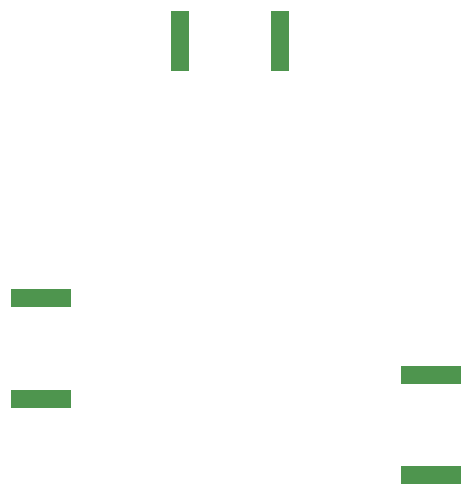
<source format=gbr>
G04 #@! TF.GenerationSoftware,KiCad,Pcbnew,5.1.6-c6e7f7d~87~ubuntu18.04.1*
G04 #@! TF.CreationDate,2021-01-11T12:45:55+00:00*
G04 #@! TF.ProjectId,vary_resistance,76617279-5f72-4657-9369-7374616e6365,rev?*
G04 #@! TF.SameCoordinates,Original*
G04 #@! TF.FileFunction,Paste,Bot*
G04 #@! TF.FilePolarity,Positive*
%FSLAX46Y46*%
G04 Gerber Fmt 4.6, Leading zero omitted, Abs format (unit mm)*
G04 Created by KiCad (PCBNEW 5.1.6-c6e7f7d~87~ubuntu18.04.1) date 2021-01-11 12:45:55*
%MOMM*%
%LPD*%
G01*
G04 APERTURE LIST*
%ADD10R,5.080000X1.500000*%
%ADD11R,1.500000X5.080000*%
G04 APERTURE END LIST*
D10*
X164000000Y-82750000D03*
X164000000Y-74250000D03*
X197000000Y-80750000D03*
X197000000Y-89250000D03*
D11*
X175750000Y-52500000D03*
X184250000Y-52500000D03*
M02*

</source>
